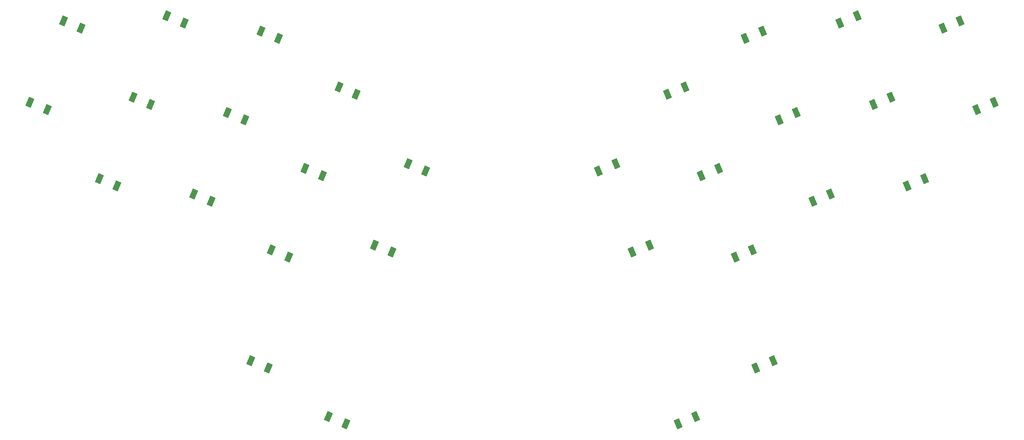
<source format=gbp>
G04 EasyPC Gerber Version 19.0.3 Build 3928 *
G04 #@! TF.Part,Single*
G04 #@! TF.FileFunction,Copper,L1,Top *
%FSLAX35Y35*%
%MOIN*%
G04 #@! TA.AperFunction,SMDPad*
%AMT19*0 Rectangle Pad at angle 22.5*21,1,0.04521,0.07474,0,0,22.5*%
%ADD19T19*%
%AMT18*0 Rectangle Pad at angle 157.5*21,1,0.04521,0.07474,0,0,157.5*%
%ADD18T18*%
X0Y0D02*
D02*
D18*
X29121Y276466D03*
X42761Y270816D03*
X55487Y340123D03*
X69128Y334473D03*
X83230Y216770D03*
X96870Y211120D03*
X109595Y280421D03*
X123235Y274771D03*
X135963Y344076D03*
X149603Y338426D03*
X157111Y204811D03*
X170751Y199161D03*
X183476Y268459D03*
X197117Y262809D03*
X201674Y74486D03*
X209844Y332116D03*
X215315Y68836D03*
X217814Y161025D03*
X223484Y326466D03*
X231454Y155375D03*
X244178Y224677D03*
X257818Y219027D03*
X262369Y30703D03*
X270543Y288328D03*
X276009Y25053D03*
X284183Y282678D03*
X298280Y164975D03*
X311920Y159325D03*
X324650Y228630D03*
X338291Y222980D03*
D02*
D19*
X473372Y222980D03*
X487012Y228630D03*
X499739Y159328D03*
X513380Y164978D03*
X527480Y282678D03*
X535646Y25054D03*
X541120Y288328D03*
X549287Y30704D03*
X553846Y219031D03*
X567486Y224681D03*
X580208Y155376D03*
X588179Y326464D03*
X593848Y161026D03*
X596346Y68839D03*
X601819Y332114D03*
X609986Y74489D03*
X614542Y262810D03*
X628182Y268460D03*
X640911Y199157D03*
X654551Y204807D03*
X662062Y338421D03*
X675702Y344071D03*
X688429Y274767D03*
X702069Y280417D03*
X714791Y211119D03*
X728431Y216769D03*
X742531Y334468D03*
X756172Y340118D03*
X768900Y270819D03*
X782540Y276469D03*
X0Y0D02*
M02*

</source>
